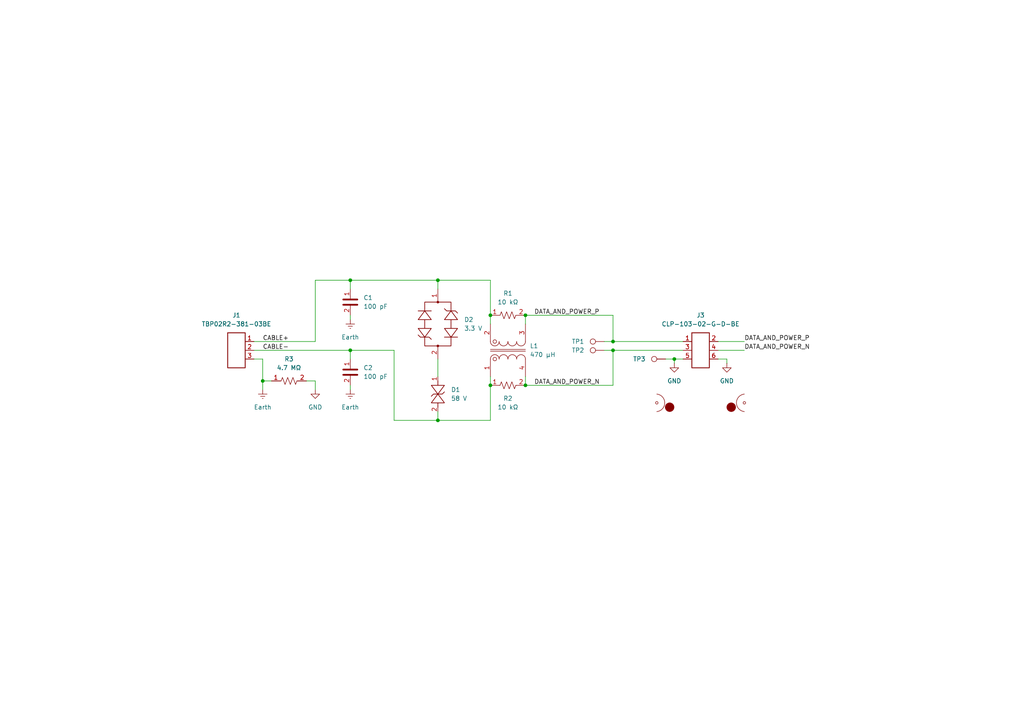
<source format=kicad_sch>
(kicad_sch (version 20231120) (generator "eeschema") (generator_version "8.0")
  (paper "A4")
  (lib_symbols
    (symbol "UNITED_CAPACITORS_DATA_BASE:C_C1812C101JHGACTU" (pin_names (offset 0.254))
      (property "Reference" "C" (at 0 5.08 0))
      (property "Value" "100 pF" (at 0 -5.08 0))
      (symbol "C_C1812C101JHGACTU_0_1"
        (polyline (pts (xy -0.762 -2.032) (xy -0.762 2.032)) (stroke (width 0.508)))
        (polyline (pts (xy 0.762 -2.032) (xy 0.762 2.032)) (stroke (width 0.508)))
      )
      (symbol "C_C1812C101JHGACTU_1_1"
        (pin unspecified line (at -3.81 0 0) (length 2.8) (name "") (number "1"))
        (pin unspecified line (at 3.81 0 180) (length 2.8) (name "") (number "2"))
      )
    )
    (symbol "UNITED_CONNECTORS_DATA_BASE:J_CLP-103-02-G-D-BE" (pin_names (offset 0.254))
      (property "Reference" "J" (at 5.08 6.35 0))
      (property "Value" "CLP-103-02-G-D-BE" (at 5.08 -6.35 0))
      (symbol "J_CLP-103-02-G-D-BE_0_0"
        (pin unspecified line (at -5.08 2.54 0) (length 2.54) (name "") (number "1"))
        (pin unspecified line (at 5.08 2.54 180) (length 2.54) (name "") (number "2"))
        (pin unspecified line (at -5.08 0 0) (length 2.54) (name "") (number "3"))
        (pin unspecified line (at 5.08 0 180) (length 2.54) (name "") (number "4"))
        (pin unspecified line (at -5.08 -2.54 0) (length 2.54) (name "") (number "5"))
        (pin unspecified line (at 5.08 -2.54 180) (length 2.54) (name "") (number "6"))
      )
      (symbol "J_CLP-103-02-G-D-BE_1_0"
        (rectangle (start -2.54 5.08) (end 2.54 -5.08) (stroke (width 0.254)))
      )
    )
    (symbol "UNITED_CONNECTORS_DATA_BASE:J_TBP02R2-381-03BE" (pin_names (offset 0.254))
      (property "Reference" "J" (at 5.08 6.35 0))
      (property "Value" "TBP02R2-381-03BE" (at 5.08 -6.35 0))
      (symbol "J_TBP02R2-381-03BE_0_0"
        (pin unspecified line (at -5.08 2.54 0) (length 2.54) (name "") (number "1"))
        (pin unspecified line (at -5.08 0 0) (length 2.54) (name "") (number "2"))
        (pin unspecified line (at -5.08 -2.54 0) (length 2.54) (name "") (number "3"))
      )
      (symbol "J_TBP02R2-381-03BE_1_0"
        (rectangle (start -2.54 5.08) (end 2.54 -5.08) (stroke (width 0.254)))
      )
    )
    (symbol "UNITED_COUPLED_INDUCTORS_DATA_BASE:L_SRF0905A-471Y" (pin_names (offset 0.254))
      (property "Reference" "L" (at 0 7.62 0))
      (property "Value" "470 µH" (at 0 -7.62 0))
      (symbol "L_SRF0905A-471Y_1_1"
        (arc (start -2.54 -5.08) (mid -1.27 -3.81) (end -2.54 -2.54))
        (arc (start -2.54 -2.54) (mid -1.27 -1.27) (end -2.54 0))
        (arc (start -2.54 0) (mid -1.27 1.27) (end -2.54 2.54))
        (arc (start -2.54 2.54) (mid -1.27 3.81) (end -2.54 5.08))
        (circle (center -2.54 3.81) (radius 0.508))
        (polyline (pts (xy -0.254 5.08) (xy -0.254 -5.08)))
        (polyline (pts (xy 0.254 5.08) (xy 0.254 -5.08)))
        (circle (center 2.54 -3.81) (radius 0.508))
        (arc (start 2.54 -2.54) (mid 1.27 -3.81) (end 2.54 -5.08))
        (arc (start 2.54 0) (mid 1.27 -1.27) (end 2.54 -2.54))
        (arc (start 2.54 2.54) (mid 1.27 1.27) (end 2.54 0))
        (arc (start 2.54 5.08) (mid 1.27 3.81) (end 2.54 2.54))
        (pin unspecified line (at -7.62 5.08 0) (length 5.08) (name "") (number "1"))
        (pin unspecified line (at 7.62 -5.08 180) (length 5.08) (name "") (number "2"))
        (pin unspecified line (at 7.62 5.08 180) (length 5.08) (name "") (number "3"))
        (pin unspecified line (at -7.62 -5.08 0) (length 5.08) (name "") (number "4"))
      )
      (symbol "L_SRF0905A-471Y_1_2"
        (arc (start -2.54 -5.08) (mid -1.27 -3.81) (end -2.54 -2.54))
        (arc (start -2.54 -2.54) (mid -1.27 -1.27) (end -2.54 0))
        (arc (start -2.54 0) (mid -1.27 1.27) (end -2.54 2.54))
        (arc (start -2.54 2.54) (mid -1.27 3.81) (end -2.54 5.08))
        (circle (center -2.54 3.81) (radius 0.508))
        (polyline (pts (xy -0.254 5.08) (xy -0.254 -5.08)))
        (polyline (pts (xy 0.254 5.08) (xy 0.254 -5.08)))
        (arc (start 2.54 -2.54) (mid 1.27 -3.81) (end 2.54 -5.08))
        (arc (start 2.54 0) (mid 1.27 -1.27) (end 2.54 -2.54))
        (arc (start 2.54 2.54) (mid 1.27 1.27) (end 2.54 0))
        (circle (center 2.54 3.81) (radius 0.508))
        (arc (start 2.54 5.08) (mid 1.27 3.81) (end 2.54 2.54))
        (pin unspecified line (at -7.62 5.08 0) (length 5.08) (name "") (number "1"))
        (pin unspecified line (at 7.62 5.08 180) (length 5.08) (name "") (number "2"))
        (pin unspecified line (at 7.62 -5.08 180) (length 5.08) (name "") (number "3"))
        (pin unspecified line (at -7.62 -5.08 0) (length 5.08) (name "") (number "4"))
      )
    )
    (symbol "UNITED_DIODES_DATA_BASE:D_SMBJ58CA" (pin_names (offset 0.254))
      (property "Reference" "D" (at 0 5.08 0))
      (property "Value" "58 V" (at 0 -5.08 0))
      (symbol "D_SMBJ58CA_1_0"
        (polyline (pts (xy 3.81 0) (xy 2.54 0) (xy 2.54 1.905) (xy 0 0) (xy 0 1.27) (xy -0.635 1.905) (xy 0 1.27) (xy 0 0) (xy -2.54 1.905) (xy -2.54 0) (xy -3.81 0) (xy -2.54 0) (xy -2.54 -1.905) (xy 0 0) (xy 0 -1.27) (xy 0.635 -1.905) (xy 0 -1.27) (xy 0 0) (xy 2.54 -1.905) (xy 2.54 0)) (stroke (width 0.2032)))
        (pin unspecified line (at 5.08 0 180) (length 1.27) (name "") (number "1"))
        (pin unspecified line (at -5.08 0 0) (length 1.27) (name "") (number "2"))
      )
    )
    (symbol "UNITED_DIODES_DATA_BASE:D_SP4020-01FTG-C" (pin_names (offset 0.254))
      (property "Reference" "D" (at 0 7.62 0))
      (property "Value" "3.3 V" (at 0 -7.62 0))
      (symbol "D_SP4020-01FTG-C_1_0"
        (circle (center -6.35 0) (radius 0.284) (fill (type outline)))
        (polyline (pts (xy -6.35 0) (xy -6.35 -3.81) (xy -3.81 -3.81) (xy -3.81 -5.715) (xy -3.81 -3.81) (xy -1.27 -5.715) (xy -1.27 -3.81) (xy 1.27 -3.81) (xy 1.27 -5.715) (xy 3.81 -3.81) (xy 3.81 -5.08) (xy 3.175 -5.715) (xy 3.81 -5.08) (xy 3.81 -3.81) (xy 6.35 -3.81) (xy 6.35 0) (xy 6.35 0) (xy 6.35 -3.81) (xy 3.81 -3.81) (xy 3.81 -2.54) (xy 4.445 -1.905) (xy 3.81 -2.54) (xy 3.81 -3.81) (xy 1.27 -1.905) (xy 1.27 -3.81) (xy -1.27 -3.81) (xy -1.27 -1.905) (xy -3.81 -3.81) (xy -3.81 -1.905) (xy -3.81 -3.81) (xy -6.35 -3.81)) (stroke (width 0.2032)))
        (polyline (pts (xy 6.35 0) (xy 6.35 3.81) (xy 3.81 3.81) (xy 3.81 5.715) (xy 3.81 3.81) (xy 1.27 5.715) (xy 1.27 3.81) (xy -1.27 3.81) (xy -1.27 5.715) (xy -3.81 3.81) (xy -3.81 5.08) (xy -3.175 5.715) (xy -3.81 5.08) (xy -3.81 3.81) (xy -6.35 3.81) (xy -6.35 0) (xy -6.35 0) (xy -6.35 3.81) (xy -3.81 3.81) (xy -3.81 2.54) (xy -4.445 1.905) (xy -3.81 2.54) (xy -3.81 3.81) (xy -1.27 1.905) (xy -1.27 3.81) (xy 1.27 3.81) (xy 1.27 1.905) (xy 3.81 3.81) (xy 3.81 1.905) (xy 3.81 3.81) (xy 6.35 3.81)) (stroke (width 0.2032)))
        (circle (center 6.35 0) (radius 0.284) (fill (type outline)))
        (pin unspecified line (at 10.16 0 180) (length 3.81) (name "") (number "1"))
        (pin unspecified line (at -10.16 0 0) (length 3.81) (name "") (number "2"))
      )
    )
    (symbol "UNITED_MOUSE_BITES_DATA_BASE:mouse-bite-midle-50mil-250mil" (pin_names (offset 1.016))
      (symbol "mouse-bite-midle-50mil-250mil_1_1"
        (arc (start -12.7037 -2.54) (mid -10.4017 0) (end -12.7037 2.54))
        (circle (center -12.7037 0) (radius 0.3592))
        (circle (center -8.9733 -1.27) (radius 1.27) (fill (type outline)))
        (circle (center 8.89 -1.27) (radius 1.27) (fill (type outline)))
        (circle (center 12.7 0) (radius 0.3592))
        (arc (start 12.7 2.54) (mid 10.398 0) (end 12.7 -2.54))
      )
    )
    (symbol "UNITED_RESISTORS_DATA_BASE:R_CHV2010-JW-475ELF" (pin_names (offset 0.254))
      (property "Reference" "R" (at 0 2.54 0))
      (property "Value" "4.7 MΩ" (at 0 -2.54 0))
      (symbol "R_CHV2010-JW-475ELF_0_1"
        (polyline (pts (xy -2.286 0) (xy -2.54 0)))
        (polyline (pts (xy 2.286 0) (xy 2.54 0)))
        (polyline (pts (xy -2.286 0) (xy -1.905 1.016) (xy -1.524 0) (xy -1.143 -1.016) (xy -0.762 0)))
        (polyline (pts (xy -0.762 0) (xy -0.381 1.016) (xy 0 0) (xy 0.381 -1.016) (xy 0.762 0)))
        (polyline (pts (xy 0.762 0) (xy 1.143 1.016) (xy 1.524 0) (xy 1.905 -1.016) (xy 2.286 0)))
      )
      (symbol "R_CHV2010-JW-475ELF_1_1"
        (pin unspecified line (at -5.08 0 0) (length 2.54) (name "") (number "1"))
        (pin unspecified line (at 5.08 0 180) (length 2.54) (name "") (number "2"))
      )
    )
    (symbol "UNITED_RESISTORS_DATA_BASE:R_ERJ-3EKF1002V" (pin_names (offset 0.254))
      (property "Reference" "R" (at 0 2.54 0))
      (property "Value" "10 kΩ" (at 0 -2.54 0))
      (symbol "R_ERJ-3EKF1002V_0_1"
        (polyline (pts (xy -2.286 0) (xy -2.54 0)))
        (polyline (pts (xy 2.286 0) (xy 2.54 0)))
        (polyline (pts (xy -2.286 0) (xy -1.905 1.016) (xy -1.524 0) (xy -1.143 -1.016) (xy -0.762 0)))
        (polyline (pts (xy -0.762 0) (xy -0.381 1.016) (xy 0 0) (xy 0.381 -1.016) (xy 0.762 0)))
        (polyline (pts (xy 0.762 0) (xy 1.143 1.016) (xy 1.524 0) (xy 1.905 -1.016) (xy 2.286 0)))
      )
      (symbol "R_ERJ-3EKF1002V_1_1"
        (pin unspecified line (at -5.08 0 0) (length 2.54) (name "") (number "1"))
        (pin unspecified line (at 5.08 0 180) (length 2.54) (name "") (number "2"))
      )
    )
    (symbol "UNITED_TEST_POINTS:TestPoint_Castelated" (pin_numbers hide) (pin_names (offset 0.762) hide)
      (property "Reference" "TP" (at 0 5.08 0))
      (symbol "TestPoint_Castelated_0_1"
        (circle (center 0 3.302) (radius 0.762))
      )
      (symbol "TestPoint_Castelated_1_1"
        (pin passive line (at 0 0 90) (length 2.54) (name "1") (number "1"))
      )
    )
    (symbol "power:Earth" (power) (pin_numbers hide) (pin_names (offset 0) hide)
      (property "Value" "Earth" (at 0 -3.81 0))
      (symbol "Earth_0_1"
        (polyline (pts (xy -0.635 -1.905) (xy 0.635 -1.905)))
        (polyline (pts (xy -0.127 -2.54) (xy 0.127 -2.54)))
        (polyline (pts (xy 0 -1.27) (xy 0 0)))
        (polyline (pts (xy 1.27 -1.27) (xy -1.27 -1.27)))
      )
      (symbol "Earth_1_1"
        (pin power_in line (at 0 0 270) (length 0) (name "~") (number "1"))
      )
    )
    (symbol "power:GND" (power) (pin_numbers hide) (pin_names (offset 0) hide)
      (property "Value" "GND" (at 0 -3.81 0))
      (symbol "GND_0_1"
        (polyline (pts (xy 0 0) (xy 0 -1.27) (xy 1.27 -1.27) (xy 0 -2.54) (xy -1.27 -1.27) (xy 0 -1.27)))
      )
      (symbol "GND_1_1"
        (pin power_in line (at 0 0 270) (length 0) (name "~") (number "1"))
      )
    )
  )
  (junction (at 127 121.92))
  (junction (at 177.8 99.06))
  (junction (at 152.4 91.44))
  (junction (at 76.2 110.49))
  (junction (at 177.8 101.6))
  (junction (at 101.6 81.28))
  (junction (at 127 81.28))
  (junction (at 101.6 101.6))
  (junction (at 152.4 111.76))
  (junction (at 142.24 111.76))
  (junction (at 195.58 104.14))
  (junction (at 142.24 91.44))
  (wire (pts (xy 208.28 101.6) (xy 215.9 101.6)))
  (wire (pts (xy 195.58 104.14) (xy 195.58 105.41)))
  (wire (pts (xy 101.6 91.44) (xy 101.6 92.71)))
  (wire (pts (xy 208.28 104.14) (xy 210.82 104.14)))
  (wire (pts (xy 101.6 104.14) (xy 101.6 101.6)))
  (wire (pts (xy 91.44 81.28) (xy 101.6 81.28)))
  (wire (pts (xy 142.24 81.28) (xy 127 81.28)))
  (wire (pts (xy 177.8 101.6) (xy 198.12 101.6)))
  (wire (pts (xy 152.4 91.44) (xy 152.4 93.98)))
  (wire (pts (xy 91.44 113.03) (xy 91.44 110.49)))
  (wire (pts (xy 175.26 99.06) (xy 177.8 99.06)))
  (wire (pts (xy 76.2 110.49) (xy 78.74 110.49)))
  (wire (pts (xy 127 121.92) (xy 142.24 121.92)))
  (wire (pts (xy 142.24 91.44) (xy 142.24 93.98)))
  (wire (pts (xy 114.3 121.92) (xy 127 121.92)))
  (wire (pts (xy 101.6 81.28) (xy 101.6 83.82)))
  (wire (pts (xy 195.58 104.14) (xy 198.12 104.14)))
  (wire (pts (xy 177.8 99.06) (xy 198.12 99.06)))
  (wire (pts (xy 127 119.38) (xy 127 121.92)))
  (wire (pts (xy 91.44 110.49) (xy 88.9 110.49)))
  (wire (pts (xy 127 81.28) (xy 127 83.82)))
  (wire (pts (xy 73.66 99.06) (xy 91.44 99.06)))
  (wire (pts (xy 114.3 101.6) (xy 114.3 121.92)))
  (wire (pts (xy 152.4 91.44) (xy 177.8 91.44)))
  (wire (pts (xy 73.66 101.6) (xy 101.6 101.6)))
  (wire (pts (xy 91.44 81.28) (xy 91.44 99.06)))
  (wire (pts (xy 175.26 101.6) (xy 177.8 101.6)))
  (wire (pts (xy 193.04 104.14) (xy 195.58 104.14)))
  (wire (pts (xy 142.24 81.28) (xy 142.24 91.44)))
  (wire (pts (xy 142.24 109.22) (xy 142.24 111.76)))
  (wire (pts (xy 76.2 104.14) (xy 73.66 104.14)))
  (wire (pts (xy 127 104.14) (xy 127 109.22)))
  (wire (pts (xy 177.8 111.76) (xy 177.8 101.6)))
  (wire (pts (xy 101.6 111.76) (xy 101.6 113.03)))
  (wire (pts (xy 152.4 111.76) (xy 177.8 111.76)))
  (wire (pts (xy 76.2 104.14) (xy 76.2 110.49)))
  (wire (pts (xy 142.24 111.76) (xy 142.24 121.92)))
  (wire (pts (xy 152.4 109.22) (xy 152.4 111.76)))
  (wire (pts (xy 76.2 110.49) (xy 76.2 113.03)))
  (wire (pts (xy 101.6 101.6) (xy 114.3 101.6)))
  (wire (pts (xy 101.6 81.28) (xy 127 81.28)))
  (wire (pts (xy 210.82 105.41) (xy 210.82 104.14)))
  (wire (pts (xy 208.28 99.06) (xy 215.9 99.06)))
  (wire (pts (xy 177.8 91.44) (xy 177.8 99.06)))
  (label "CABLE-" (at 76.2 101.6 0))
  (label "DATA_AND_POWER_N" (at 154.94 111.76 0))
  (label "DATA_AND_POWER_P" (at 215.9 99.06 0))
  (label "DATA_AND_POWER_N" (at 215.9 101.6 0))
  (label "CABLE+" (at 76.2 99.06 0))
  (label "DATA_AND_POWER_P" (at 154.94 91.44 0))
  (symbol (lib_id "power:GND") (at 210.82 105.41 0) (mirror y) (unit 1)
    (property "Reference" "#PWR7" (effects (hide yes)))
    (property "Value" "GND" (at 210.82 110.49 0))
    (property "Description" "Power symbol creates a global label with name \"GND\" , ground" (effects (hide yes)))
  )
  (symbol (lib_id "UNITED_COUPLED_INDUCTORS_DATA_BASE:L_SRF0905A-471Y") (at 147.32 101.6 90) (unit 1) (convert 2)
    (property "Reference" "L1" (at 153.67 100.3299 90) (effects (justify right)))
    (property "Value" "470 µH" (at 153.67 102.8699 90) (effects (justify right)))
    (property "Footprint" "coupled_inductor_footprints:SRF0905A" (effects (hide yes)))
    (property "Datasheet" "https://bourns.com/docs/product-datasheets/srf0905a.pdf" (effects (hide yes)))
    (property "Description" "COUPLED INDUCTOR SMD 470 µH ±20%" (effects (hide yes)))
    (property "MPN" "SRF0905A-471Y" (effects (hide yes)))
    (property "Manufacturer" "Bourns" (effects (hide yes)))
    (property "Maximum DC Current (A)" "1.1" (effects (hide yes)))
    (property "Maximum DC Resistance (Ω)" "0.140" (effects (hide yes)))
    (property "Series" "SRF0905A" (effects (hide yes)))
    (property "Symbol Name" "L_SRF0905A-471Y" (effects (hide yes)))
    (property "Tolerance" "±20%" (effects (hide yes)))
    (property "Trustedparts Search" "https://www.trustedparts.com/en/search/SRF0905A-471Y" (effects (hide yes)))
  )
  (symbol (lib_id "power:Earth") (at 76.2 113.03 0) (unit 1)
    (property "Reference" "#PWR1" (effects (hide yes)))
    (property "Value" "Earth" (at 76.2 118.11 0))
    (property "Description" "Power symbol creates a global label with name \"Earth\"" (effects (hide yes)))
  )
  (symbol (lib_id "UNITED_CONNECTORS_DATA_BASE:J_CLP-103-02-G-D-BE") (at 203.2 101.6 0) (unit 1)
    (property "Reference" "J3" (at 203.2 91.44 0))
    (property "Value" "CLP-103-02-G-D-BE" (at 203.2 93.98 0))
    (property "Footprint" "connector_footprints:CLP-103-02-G-D-BE" (effects (hide yes)))
    (property "Datasheet" "https://suddendocs.samtec.com/catalog_english/clp_sm.pdf?_gl=1*1y4jlr9*_gcl_au*MTM0MTYyNTQ5MS4xNzM2MDk5MTUz*_ga*MTYxNDYyMTQ0Mi4xNzM2MDk5MTUz*_ga_3KFNZC07WW*MTczNjY4MDQ4OS4xNS4xLjE3MzY2ODEzNzcuNjAuMC4w" (effects (hide yes)))
    (property "Description" "Samtec CLP-1xx-02-G-D-BE series,  3 positions connector,  1.27 mm pitch,  Black,  Vertical mounting,  5.2 A,  300 V,  Surface Mount,  Tin plated" (effects (hide yes)))
    (property "Color" "Black" (effects (hide yes)))
    (property "Contact Plating" "Tin" (effects (hide yes)))
    (property "Current Rating (A)" "5.2" (effects (hide yes)))
    (property "MPN" "CLP-103-02-G-D-BE" (effects (hide yes)))
    (property "Manufacturer" "Samtec" (effects (hide yes)))
    (property "Mounting Angle" "Vertical" (effects (hide yes)))
    (property "Mounting Style" "Surface Mount" (effects (hide yes)))
    (property "Number of Rows" "2" (effects (hide yes)))
    (property "Pin Count" "3" (effects (hide yes)))
    (property "Pitch (mm)" "1.27" (effects (hide yes)))
    (property "Series" "CLP-1xx-02-G-D-BE" (effects (hide yes)))
    (property "Symbol Name" "J_CLP-103-02-G-D-BE" (effects (hide yes)))
    (property "Trustedparts Search" "https://www.trustedparts.com/en/search/CLP-103-02-G-D-BE" (effects (hide yes)))
    (property "Voltage Rating (V)" "300" (effects (hide yes)))
  )
  (symbol (lib_id "UNITED_CAPACITORS_DATA_BASE:C_C1812C101JHGACTU") (at 101.6 87.63 270) (unit 1)
    (property "Reference" "C1" (at 105.41 86.3599 90) (effects (justify left)))
    (property "Value" "100 pF" (at 105.41 88.8999 90) (effects (justify left)))
    (property "Footprint" "capacitor_footprints:C_1812_4532Metric" (effects (hide yes)))
    (property "Datasheet" "https://www.kemet.com/en/us/search.html?q=C1812C101JHGACTU" (effects (hide yes)))
    (property "Description" "CAP SMD 100 pF C0G (NP0) 5% 1812 3kV" (effects (hide yes)))
    (property "3dviewer Link" "https://3dviewer.net/index.html#model=https://github.com/ionutms/KiCAD_Symbols_Generator/blob/main/3D_models/C_1812.step" (effects (hide yes)))
    (property "Capacitor Type" "Ceramic" (effects (hide yes)))
    (property "Case Code - in" "1812" (effects (hide yes)))
    (property "Case Code - mm" "4532" (effects (hide yes)))
    (property "Dielectric" "C0G (NP0)" (effects (hide yes)))
    (property "MPN" "C1812C101JHGACTU" (effects (hide yes)))
    (property "Manufacturer" "Kemet" (effects (hide yes)))
    (property "Series" "C1812C" (effects (hide yes)))
    (property "Symbol Name" "C_C1812C101JHGACTU" (effects (hide yes)))
    (property "Tolerance" "5%" (effects (hide yes)))
    (property "Trustedparts Search" "https://www.trustedparts.com/en/search/C1812C101JHGACTU" (effects (hide yes)))
    (property "Voltage Rating" "3kV" (effects (hide yes)))
  )
  (symbol (lib_id "power:Earth") (at 101.6 113.03 0) (unit 1)
    (property "Reference" "#PWR3" (effects (hide yes)))
    (property "Value" "Earth" (at 101.6 118.11 0))
    (property "Description" "Power symbol creates a global label with name \"Earth\"" (effects (hide yes)))
  )
  (symbol (lib_id "UNITED_CAPACITORS_DATA_BASE:C_C1812C101JHGACTU") (at 101.6 107.95 270) (unit 1)
    (property "Reference" "C2" (at 105.41 106.6799 90) (effects (justify left)))
    (property "Value" "100 pF" (at 105.41 109.2199 90) (effects (justify left)))
    (property "Footprint" "capacitor_footprints:C_1812_4532Metric" (effects (hide yes)))
    (property "Datasheet" "https://www.kemet.com/en/us/search.html?q=C1812C101JHGACTU" (effects (hide yes)))
    (property "Description" "CAP SMD 100 pF C0G (NP0) 5% 1812 3kV" (effects (hide yes)))
    (property "3dviewer Link" "https://3dviewer.net/index.html#model=https://github.com/ionutms/KiCAD_Symbols_Generator/blob/main/3D_models/C_1812.step" (effects (hide yes)))
    (property "Capacitor Type" "Ceramic" (effects (hide yes)))
    (property "Case Code - in" "1812" (effects (hide yes)))
    (property "Case Code - mm" "4532" (effects (hide yes)))
    (property "Dielectric" "C0G (NP0)" (effects (hide yes)))
    (property "MPN" "C1812C101JHGACTU" (effects (hide yes)))
    (property "Manufacturer" "Kemet" (effects (hide yes)))
    (property "Series" "C1812C" (effects (hide yes)))
    (property "Symbol Name" "C_C1812C101JHGACTU" (effects (hide yes)))
    (property "Tolerance" "5%" (effects (hide yes)))
    (property "Trustedparts Search" "https://www.trustedparts.com/en/search/C1812C101JHGACTU" (effects (hide yes)))
    (property "Voltage Rating" "3kV" (effects (hide yes)))
  )
  (symbol (lib_id "power:GND") (at 91.44 113.03 0) (unit 1)
    (property "Reference" "#PWR5" (effects (hide yes)))
    (property "Value" "GND" (at 91.44 118.11 0))
    (property "Description" "Power symbol creates a global label with name \"GND\" , ground" (effects (hide yes)))
  )
  (symbol (lib_id "UNITED_TEST_POINTS:TestPoint_Castelated") (at 193.04 104.14 90) (unit 1)
    (property "Reference" "TP3" (at 185.42 104.14 90))
    (property "Value" "TestPoint" (effects (hide yes)))
    (property "Footprint" "test_point_footprints:TestPoint_THTPad_Castelated" (effects (hide yes)))
    (property "Description" "test point" (effects (hide yes)))
  )
  (symbol (lib_id "UNITED_RESISTORS_DATA_BASE:R_ERJ-3EKF1002V") (at 147.32 111.76 0) (unit 1)
    (property "Reference" "R2" (at 147.32 115.57 0))
    (property "Value" "10 kΩ" (at 147.32 118.11 0))
    (property "Footprint" "resistor_footprints:R_0603_1608Metric" (effects (hide yes)))
    (property "Datasheet" "https://industrial.panasonic.com/cdbs/www-data/pdf/RDA0000/AOA0000C304.pdf" (effects (hide yes)))
    (property "Description" "RES SMD 10 kΩ 1% 0603 75V" (effects (hide yes)))
    (property "3dviewer Link" "https://3dviewer.net/index.html#model=https://github.com/ionutms/KiCAD_Symbols_Generator/blob/main/3D_models/R_0603.step" (effects (hide yes)))
    (property "Case Code - in" "0603" (effects (hide yes)))
    (property "Case Code - mm" "1608" (effects (hide yes)))
    (property "Component Type" "Resistor" (effects (hide yes)))
    (property "MPN" "ERJ-3EKF1002V" (effects (hide yes)))
    (property "Manufacturer" "Panasonic" (effects (hide yes)))
    (property "Series" "ERJ-3EKF" (effects (hide yes)))
    (property "Symbol Name" "R_ERJ-3EKF1002V" (effects (hide yes)))
    (property "Temperature Coefficient" "100 ppm/°C" (effects (hide yes)))
    (property "Tolerance" "1%" (effects (hide yes)))
    (property "Trustedparts Search" "https://www.trustedparts.com/en/search/ERJ-3EKF1002V" (effects (hide yes)))
    (property "Voltage Rating" "75V" (effects (hide yes)))
  )
  (symbol (lib_id "UNITED_TEST_POINTS:TestPoint_Castelated") (at 175.26 99.06 90) (unit 1)
    (property "Reference" "TP1" (at 167.64 99.06 90))
    (property "Value" "TestPoint" (effects (hide yes)))
    (property "Footprint" "test_point_footprints:TestPoint_THTPad_Castelated" (effects (hide yes)))
    (property "Description" "test point" (effects (hide yes)))
  )
  (symbol (lib_id "UNITED_DIODES_DATA_BASE:D_SP4020-01FTG-C") (at 127 93.98 90) (unit 1)
    (property "Reference" "D2" (at 134.62 92.7099 90) (effects (justify right)))
    (property "Value" "3.3 V" (at 134.62 95.2499 90) (effects (justify right)))
    (property "Footprint" "diode_footprints:SOD323" (effects (hide yes)))
    (property "Datasheet" "https://www.littelfuse.com/assetdocs/tvs-diode-array-sp4020-datasheet?assetguid=b6e2c598-7d86-4fa2-a063-fb053ce07713" (effects (hide yes)))
    (property "Description" "Bidirectional TVS SMD 3.3 V" (effects (hide yes)))
    (property "Diode Type" "Bidirectional TVS" (effects (hide yes)))
    (property "MPN" "SP4020-01FTG-C" (effects (hide yes)))
    (property "Manufacturer" "Littelfuse" (effects (hide yes)))
    (property "Maximum DC Current (A)" "0.0" (effects (hide yes)))
    (property "Series" "SP4020-01FTG-C" (effects (hide yes)))
    (property "Symbol Name" "D_SP4020-01FTG-C" (effects (hide yes)))
    (property "Trustedparts Search" "https://www.trustedparts.com/en/search/SP4020-01FTG-C" (effects (hide yes)))
  )
  (symbol (lib_id "UNITED_CONNECTORS_DATA_BASE:J_TBP02R2-381-03BE") (at 68.58 101.6 0) (mirror y) (unit 1)
    (property "Reference" "J1" (at 68.58 91.44 0))
    (property "Value" "TBP02R2-381-03BE" (at 68.58 93.98 0))
    (property "Footprint" "connector_footprints:TBP02R2-381-03BE" (effects (hide yes)))
    (property "Datasheet" "https://www.sameskydevices.com/product/resource/tbp02r2-381.pdf" (effects (hide yes)))
    (property "Description" "Same Sky TBP02R2-381 series,  3 positions connector,  3.81 mm pitch,  Blue,  Vertical mounting,  8.0 A,  300 V,  Through Hole,  Tin plated" (effects (hide yes)))
    (property "Color" "Blue" (effects (hide yes)))
    (property "Contact Plating" "Tin" (effects (hide yes)))
    (property "Current Rating (A)" "8.0" (effects (hide yes)))
    (property "MPN" "TBP02R2-381-03BE" (effects (hide yes)))
    (property "Manufacturer" "Same Sky" (effects (hide yes)))
    (property "Mounting Angle" "Vertical" (effects (hide yes)))
    (property "Mounting Style" "Through Hole" (effects (hide yes)))
    (property "Number of Rows" "1" (effects (hide yes)))
    (property "Pin Count" "3" (effects (hide yes)))
    (property "Pitch (mm)" "3.81" (effects (hide yes)))
    (property "Series" "TBP02R2-381" (effects (hide yes)))
    (property "Symbol Name" "J_TBP02R2-381-03BE" (effects (hide yes)))
    (property "Trustedparts Search" "https://www.trustedparts.com/en/search/TBP02R2-381-03BE" (effects (hide yes)))
    (property "Voltage Rating (V)" "300" (effects (hide yes)))
  )
  (symbol (lib_id "UNITED_RESISTORS_DATA_BASE:R_CHV2010-JW-475ELF") (at 83.82 110.49 0) (unit 1)
    (property "Reference" "R3" (at 83.82 104.14 0))
    (property "Value" "4.7 MΩ" (at 83.82 106.68 0))
    (property "Footprint" "resistor_footprints:R_2010_5025Metric" (effects (hide yes)))
    (property "Datasheet" "https://www.murata.com/products/productdetail?partno=" (effects (hide yes)))
    (property "Description" "RES SMD 4.7 MΩ 1% 2010 2kV" (effects (hide yes)))
    (property "3dviewer Link" "https://3dviewer.net/index.html#model=https://github.com/ionutms/KiCAD_Symbols_Generator/blob/main/3D_models/R_2010.step" (effects (hide yes)))
    (property "Case Code - in" "2010" (effects (hide yes)))
    (property "Case Code - mm" "5025" (effects (hide yes)))
    (property "Component Type" "Resistor" (effects (hide yes)))
    (property "MPN" "CHV2010-JW-475ELF" (effects (hide yes)))
    (property "Manufacturer" "Bourns" (effects (hide yes)))
    (property "Series" "CHV2010-JW-" (effects (hide yes)))
    (property "Symbol Name" "R_CHV2010-JW-475ELF" (effects (hide yes)))
    (property "Temperature Coefficient" "200 ppm/°C" (effects (hide yes)))
    (property "Tolerance" "1%" (effects (hide yes)))
    (property "Trustedparts Search" "https://www.trustedparts.com/en/search/CHV2010-JW-475ELF" (effects (hide yes)))
    (property "Voltage Rating" "2kV" (effects (hide yes)))
  )
  (symbol (lib_id "power:GND") (at 195.58 105.41 0) (unit 1)
    (property "Reference" "#PWR6" (effects (hide yes)))
    (property "Value" "GND" (at 195.58 110.49 0))
    (property "Description" "Power symbol creates a global label with name \"GND\" , ground" (effects (hide yes)))
  )
  (symbol (lib_id "UNITED_DIODES_DATA_BASE:D_SMBJ58CA") (at 127 114.3 90) (unit 1)
    (property "Reference" "D1" (at 130.81 113.0299 90) (effects (justify right)))
    (property "Value" "58 V" (at 130.81 115.5699 90) (effects (justify right)))
    (property "Footprint" "diode_footprints:DO-214AA" (effects (hide yes)))
    (property "Datasheet" "https://www.littelfuse.com/assetdocs/tvs-diodes-smbj-series-datasheet?assetguid=09a6ae9a-73cb-4ac4-acac-e6dab92ab953" (effects (hide yes)))
    (property "Description" "Bidirectional TVS SMD 58 V" (effects (hide yes)))
    (property "Diode Type" "Bidirectional TVS" (effects (hide yes)))
    (property "MPN" "SMBJ58CA" (effects (hide yes)))
    (property "Manufacturer" "Littelfuse" (effects (hide yes)))
    (property "Maximum DC Current (A)" "0.0" (effects (hide yes)))
    (property "Series" "SMBJ" (effects (hide yes)))
    (property "Symbol Name" "D_SMBJ58CA" (effects (hide yes)))
    (property "Trustedparts Search" "https://www.trustedparts.com/en/search/SMBJ58CA" (effects (hide yes)))
  )
  (symbol (lib_id "UNITED_RESISTORS_DATA_BASE:R_ERJ-3EKF1002V") (at 147.32 91.44 0) (unit 1)
    (property "Reference" "R1" (at 147.32 85.09 0))
    (property "Value" "10 kΩ" (at 147.32 87.63 0))
    (property "Footprint" "resistor_footprints:R_0603_1608Metric" (effects (hide yes)))
    (property "Datasheet" "https://industrial.panasonic.com/cdbs/www-data/pdf/RDA0000/AOA0000C304.pdf" (effects (hide yes)))
    (property "Description" "RES SMD 10 kΩ 1% 0603 75V" (effects (hide yes)))
    (property "3dviewer Link" "https://3dviewer.net/index.html#model=https://github.com/ionutms/KiCAD_Symbols_Generator/blob/main/3D_models/R_0603.step" (effects (hide yes)))
    (property "Case Code - in" "0603" (effects (hide yes)))
    (property "Case Code - mm" "1608" (effects (hide yes)))
    (property "Component Type" "Resistor" (effects (hide yes)))
    (property "MPN" "ERJ-3EKF1002V" (effects (hide yes)))
    (property "Manufacturer" "Panasonic" (effects (hide yes)))
    (property "Series" "ERJ-3EKF" (effects (hide yes)))
    (property "Symbol Name" "R_ERJ-3EKF1002V" (effects (hide yes)))
    (property "Temperature Coefficient" "100 ppm/°C" (effects (hide yes)))
    (property "Tolerance" "1%" (effects (hide yes)))
    (property "Trustedparts Search" "https://www.trustedparts.com/en/search/ERJ-3EKF1002V" (effects (hide yes)))
    (property "Voltage Rating" "75V" (effects (hide yes)))
  )
  (symbol (lib_id "power:Earth") (at 101.6 92.71 0) (unit 1)
    (property "Reference" "#PWR2" (effects (hide yes)))
    (property "Value" "Earth" (at 101.6 97.79 0))
    (property "Description" "Power symbol creates a global label with name \"Earth\"" (effects (hide yes)))
  )
  (symbol (lib_id "UNITED_TEST_POINTS:TestPoint_Castelated") (at 175.26 101.6 90) (unit 1)
    (property "Reference" "TP2" (at 167.64 101.6 90))
    (property "Value" "TestPoint" (effects (hide yes)))
    (property "Footprint" "test_point_footprints:TestPoint_THTPad_Castelated" (effects (hide yes)))
    (property "Description" "test point" (effects (hide yes)))
  )
  (symbol (lib_id "UNITED_MOUSE_BITES_DATA_BASE:mouse-bite-midle-50mil-250mil") (at 203.2 116.84 0) (unit 1)
    (property "Reference" "MB1" (effects (hide yes)))
    (property "Value" "mouse-bite-midle-50mil-200mil" (effects (hide yes)))
    (property "Footprint" "mouse_bite_footprints:mouse-bite-midle-50mil-250mil" (effects (hide yes)))
  )
)
</source>
